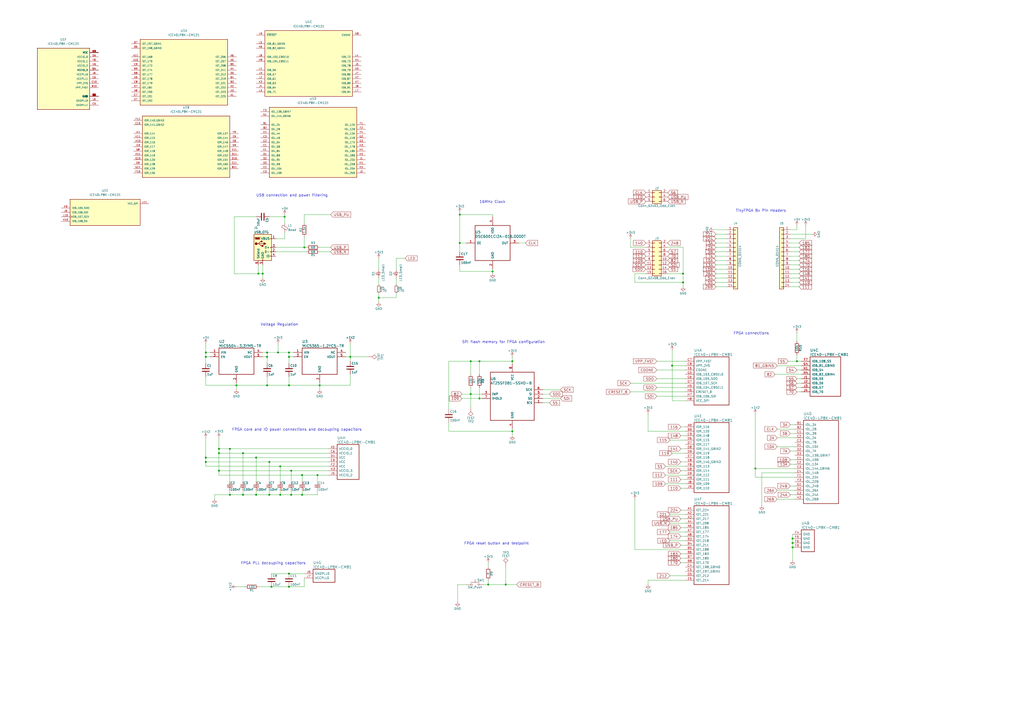
<source format=kicad_sch>
(kicad_sch (version 20231120) (generator "eeschema") (generator_version "8.0")
  (paper "A2")
  (junction (at 119.38 265.43))
  (junction (at 119.38 267.97))
  (junction (at 165.1 125.73))
  (junction (at 167.64 207.01))
  (junction (at 462.28 209.55))
  (junction (at 297.18 250.19))
  (junction (at 156.21 287.02))
  (junction (at 154.94 204.47))
  (junction (at 297.18 209.55))
  (junction (at 176.53 143.51))
  (junction (at 175.26 275.59))
  (junction (at 266.7 140.97))
  (junction (at 167.64 223.52))
  (junction (at 175.26 287.02))
  (junction (at 293.37 339.09))
  (junction (at 273.05 209.55))
  (junction (at 167.64 204.47))
  (junction (at 167.64 340.36))
  (junction (at 127 260.35))
  (junction (at 162.56 270.51))
  (junction (at 389.89 212.09))
  (junction (at 154.94 207.01))
  (junction (at 438.15 271.78))
  (junction (at 127 262.89))
  (junction (at 148.59 265.43))
  (junction (at 266.7 124.46))
  (junction (at 396.24 163.83))
  (junction (at 278.13 231.14))
  (junction (at 162.56 287.02))
  (junction (at 278.13 209.55))
  (junction (at 133.35 287.02))
  (junction (at 149.86 158.75))
  (junction (at 459.74 317.5))
  (junction (at 119.38 207.01))
  (junction (at 154.94 223.52))
  (junction (at 133.35 260.35))
  (junction (at 459.74 314.96))
  (junction (at 140.97 287.02))
  (junction (at 167.64 332.74))
  (junction (at 156.21 267.97))
  (junction (at 152.4 158.75))
  (junction (at 137.16 223.52))
  (junction (at 119.38 204.47))
  (junction (at 168.91 273.05))
  (junction (at 140.97 262.89))
  (junction (at 459.74 312.42))
  (junction (at 148.59 287.02))
  (junction (at 283.21 339.09))
  (junction (at 203.2 207.01))
  (junction (at 219.71 172.72))
  (junction (at 285.75 157.48))
  (junction (at 157.48 340.36))
  (junction (at 168.91 287.02))
  (junction (at 273.05 228.6))
  (junction (at 185.42 223.52))
  (junction (at 127 273.05))
  (junction (at 396.24 158.75))
  (junction (at 161.29 204.47))
  (junction (at 184.15 275.59))
  (wire (pts (xy 397.51 295.91) (xy 394.97 295.91)))
  (wire (pts (xy 467.36 138.43) (xy 467.36 130.81)))
  (wire (pts (xy 133.35 287.02) (xy 133.35 284.48)))
  (wire (pts (xy 167.64 223.52) (xy 185.42 223.52)))
  (wire (pts (xy 137.16 226.06) (xy 137.16 223.52)))
  (wire (pts (xy 149.86 158.75) (xy 152.4 158.75)))
  (wire (pts (xy 285.75 124.46) (xy 285.75 125.73)))
  (wire (pts (xy 165.1 125.73) (xy 165.1 124.46)))
  (wire (pts (xy 124.46 287.02) (xy 133.35 287.02)))
  (wire (pts (xy 397.51 336.55) (xy 375.92 336.55)))
  (wire (pts (xy 267.97 228.6) (xy 273.05 228.6)))
  (wire (pts (xy 260.35 245.11) (xy 260.35 250.19)))
  (wire (pts (xy 415.29 156.21) (xy 421.64 156.21)))
  (wire (pts (xy 297.18 250.19) (xy 297.18 248.92)))
  (wire (pts (xy 415.29 161.29) (xy 421.64 161.29)))
  (wire (pts (xy 462.28 133.35) (xy 462.28 130.81)))
  (wire (pts (xy 462.28 205.74) (xy 462.28 209.55)))
  (wire (pts (xy 462.28 227.33) (xy 464.82 227.33)))
  (wire (pts (xy 368.3 158.75) (xy 368.3 163.83)))
  (wire (pts (xy 148.59 125.73) (xy 135.89 125.73)))
  (wire (pts (xy 394.97 326.39) (xy 397.51 326.39)))
  (wire (pts (xy 119.38 204.47) (xy 119.38 207.01)))
  (wire (pts (xy 297.18 209.55) (xy 297.18 207.01)))
  (wire (pts (xy 265.43 339.09) (xy 270.51 339.09)))
  (wire (pts (xy 394.97 316.23) (xy 397.51 316.23)))
  (wire (pts (xy 388.62 303.53) (xy 397.51 303.53)))
  (wire (pts (xy 397.51 252.73) (xy 394.97 252.73)))
  (wire (pts (xy 389.89 232.41) (xy 397.51 232.41)))
  (wire (pts (xy 266.7 124.46) (xy 266.7 140.97)))
  (wire (pts (xy 368.3 163.83) (xy 396.24 163.83)))
  (wire (pts (xy 203.2 223.52) (xy 203.2 217.17)))
  (wire (pts (xy 119.38 207.01) (xy 121.92 207.01)))
  (wire (pts (xy 396.24 163.83) (xy 396.24 166.37)))
  (wire (pts (xy 397.51 227.33) (xy 365.76 227.33)))
  (wire (pts (xy 127 254) (xy 127 260.35)))
  (wire (pts (xy 458.47 261.62) (xy 461.01 261.62)))
  (wire (pts (xy 184.15 275.59) (xy 190.5 275.59)))
  (wire (pts (xy 203.2 207.01) (xy 203.2 209.55)))
  (wire (pts (xy 278.13 231.14) (xy 267.97 231.14)))
  (wire (pts (xy 458.47 156.21) (xy 463.55 156.21)))
  (wire (pts (xy 156.21 287.02) (xy 162.56 287.02)))
  (wire (pts (xy 154.94 204.47) (xy 154.94 207.01)))
  (wire (pts (xy 438.15 276.86) (xy 438.15 271.78)))
  (wire (pts (xy 450.85 259.08) (xy 461.01 259.08)))
  (wire (pts (xy 168.91 287.02) (xy 175.26 287.02)))
  (wire (pts (xy 160.02 143.51) (xy 176.53 143.51)))
  (wire (pts (xy 388.62 313.69) (xy 397.51 313.69)))
  (wire (pts (xy 394.97 267.97) (xy 397.51 267.97)))
  (wire (pts (xy 381 219.71) (xy 397.51 219.71)))
  (wire (pts (xy 266.7 157.48) (xy 266.7 153.67)))
  (wire (pts (xy 185.42 222.25) (xy 185.42 223.52)))
  (wire (pts (xy 297.18 252.73) (xy 297.18 250.19)))
  (wire (pts (xy 167.64 340.36) (xy 176.53 340.36)))
  (wire (pts (xy 388.62 255.27) (xy 397.51 255.27)))
  (wire (pts (xy 421.64 158.75) (xy 415.29 158.75)))
  (wire (pts (xy 273.05 228.6) (xy 279.4 228.6)))
  (wire (pts (xy 461.01 281.94) (xy 458.47 281.94)))
  (wire (pts (xy 127 275.59) (xy 175.26 275.59)))
  (wire (pts (xy 119.38 265.43) (xy 119.38 267.97)))
  (wire (pts (xy 396.24 143.51) (xy 396.24 158.75)))
  (wire (pts (xy 176.53 137.16) (xy 176.53 143.51)))
  (wire (pts (xy 459.74 317.5) (xy 459.74 325.12)))
  (wire (pts (xy 459.74 312.42) (xy 459.74 314.96)))
  (wire (pts (xy 167.64 332.74) (xy 176.53 332.74)))
  (wire (pts (xy 285.75 156.21) (xy 285.75 157.48)))
  (wire (pts (xy 421.64 163.83) (xy 415.29 163.83)))
  (wire (pts (xy 177.8 146.05) (xy 160.02 146.05)))
  (wire (pts (xy 176.53 129.54) (xy 176.53 124.46)))
  (wire (pts (xy 219.71 165.1) (xy 219.71 161.29)))
  (wire (pts (xy 135.89 158.75) (xy 149.86 158.75)))
  (wire (pts (xy 462.28 209.55) (xy 464.82 209.55)))
  (wire (pts (xy 162.56 270.51) (xy 190.5 270.51)))
  (wire (pts (xy 137.16 223.52) (xy 137.16 222.25)))
  (wire (pts (xy 148.59 265.43) (xy 190.5 265.43)))
  (wire (pts (xy 464.82 212.09) (xy 450.85 212.09)))
  (wire (pts (xy 458.47 166.37) (xy 463.55 166.37)))
  (wire (pts (xy 165.1 138.43) (xy 165.1 134.62)))
  (wire (pts (xy 148.59 287.02) (xy 148.59 284.48)))
  (wire (pts (xy 119.38 265.43) (xy 148.59 265.43)))
  (wire (pts (xy 463.55 140.97) (xy 458.47 140.97)))
  (wire (pts (xy 365.76 143.51) (xy 365.76 138.43)))
  (wire (pts (xy 162.56 287.02) (xy 162.56 284.48)))
  (wire (pts (xy 140.97 287.02) (xy 140.97 284.48)))
  (wire (pts (xy 184.15 279.4) (xy 184.15 275.59)))
  (wire (pts (xy 160.02 138.43) (xy 165.1 138.43)))
  (wire (pts (xy 461.01 287.02) (xy 458.47 287.02)))
  (wire (pts (xy 119.38 199.39) (xy 119.38 204.47)))
  (wire (pts (xy 156.21 125.73) (xy 165.1 125.73)))
  (wire (pts (xy 176.53 124.46) (xy 191.77 124.46)))
  (wire (pts (xy 381 224.79) (xy 397.51 224.79)))
  (wire (pts (xy 463.55 153.67) (xy 458.47 153.67)))
  (wire (pts (xy 386.08 275.59) (xy 397.51 275.59)))
  (wire (pts (xy 283.21 339.09) (xy 293.37 339.09)))
  (wire (pts (xy 415.29 151.13) (xy 421.64 151.13)))
  (wire (pts (xy 140.97 287.02) (xy 148.59 287.02)))
  (wire (pts (xy 388.62 334.01) (xy 397.51 334.01)))
  (wire (pts (xy 137.16 223.52) (xy 154.94 223.52)))
  (wire (pts (xy 389.89 262.89) (xy 397.51 262.89)))
  (wire (pts (xy 119.38 254) (xy 119.38 265.43)))
  (wire (pts (xy 279.4 231.14) (xy 278.13 231.14)))
  (wire (pts (xy 167.64 207.01) (xy 167.64 210.82)))
  (wire (pts (xy 397.51 311.15) (xy 394.97 311.15)))
  (wire (pts (xy 133.35 287.02) (xy 140.97 287.02)))
  (wire (pts (xy 152.4 158.75) (xy 152.4 161.29)))
  (wire (pts (xy 449.58 217.17) (xy 464.82 217.17)))
  (wire (pts (xy 184.15 287.02) (xy 184.15 284.48)))
  (wire (pts (xy 421.64 148.59) (xy 415.29 148.59)))
  (wire (pts (xy 265.43 349.25) (xy 265.43 339.09)))
  (wire (pts (xy 154.94 204.47) (xy 161.29 204.47)))
  (wire (pts (xy 175.26 287.02) (xy 175.26 284.48)))
  (wire (pts (xy 450.85 284.48) (xy 461.01 284.48)))
  (wire (pts (xy 273.05 217.17) (xy 273.05 209.55)))
  (wire (pts (xy 266.7 140.97) (xy 266.7 146.05)))
  (wire (pts (xy 127 273.05) (xy 168.91 273.05)))
  (wire (pts (xy 168.91 279.4) (xy 168.91 273.05)))
  (wire (pts (xy 285.75 157.48) (xy 285.75 158.75)))
  (wire (pts (xy 462.28 224.79) (xy 464.82 224.79)))
  (wire (pts (xy 154.94 223.52) (xy 154.94 218.44)))
  (wire (pts (xy 414.02 133.35) (xy 421.64 133.35)))
  (wire (pts (xy 149.86 153.67) (xy 149.86 158.75)))
  (wire (pts (xy 127 262.89) (xy 127 273.05)))
  (wire (pts (xy 461.01 246.38) (xy 458.47 246.38)))
  (wire (pts (xy 314.96 231.14) (xy 325.12 231.14)))
  (wire (pts (xy 462.28 214.63) (xy 464.82 214.63)))
  (wire (pts (xy 462.28 193.04) (xy 462.28 198.12)))
  (wire (pts (xy 461.01 274.32) (xy 441.96 274.32)))
  (wire (pts (xy 185.42 223.52) (xy 203.2 223.52)))
  (wire (pts (xy 389.89 203.2) (xy 389.89 212.09)))
  (wire (pts (xy 458.47 146.05) (xy 463.55 146.05)))
  (wire (pts (xy 396.24 158.75) (xy 396.24 163.83)))
  (wire (pts (xy 375.92 336.55) (xy 375.92 339.09)))
  (wire (pts (xy 441.96 274.32) (xy 441.96 293.37)))
  (wire (pts (xy 461.01 266.7) (xy 458.47 266.7)))
  (wire (pts (xy 154.94 223.52) (xy 167.64 223.52)))
  (wire (pts (xy 280.67 339.09) (xy 283.21 339.09)))
  (wire (pts (xy 397.51 273.05) (xy 394.97 273.05)))
  (wire (pts (xy 438.15 271.78) (xy 438.15 240.03)))
  (wire (pts (xy 229.87 172.72) (xy 229.87 170.18)))
  (wire (pts (xy 438.15 276.86) (xy 461.01 276.86)))
  (wire (pts (xy 397.51 222.25) (xy 365.76 222.25)))
  (wire (pts (xy 176.53 143.51) (xy 177.8 143.51)))
  (wire (pts (xy 142.24 340.36) (xy 137.16 340.36)))
  (wire (pts (xy 458.47 138.43) (xy 467.36 138.43)))
  (wire (pts (xy 167.64 207.01) (xy 170.18 207.01)))
  (wire (pts (xy 133.35 260.35) (xy 190.5 260.35)))
  (wire (pts (xy 415.29 166.37) (xy 421.64 166.37)))
  (wire (pts (xy 387.35 158.75) (xy 396.24 158.75)))
  (wire (pts (xy 273.05 209.55) (xy 260.35 209.55)))
  (wire (pts (xy 386.08 280.67) (xy 397.51 280.67)))
  (wire (pts (xy 283.21 326.39) (xy 283.21 328.93)))
  (wire (pts (xy 273.05 224.79) (xy 273.05 228.6)))
  (wire (pts (xy 464.82 222.25) (xy 462.28 222.25)))
  (wire (pts (xy 270.51 140.97) (xy 266.7 140.97)))
  (wire (pts (xy 285.75 124.46) (xy 266.7 124.46)))
  (wire (pts (xy 415.29 140.97) (xy 421.64 140.97)))
  (wire (pts (xy 119.38 218.44) (xy 119.38 223.52)))
  (wire (pts (xy 394.97 323.85) (xy 397.51 323.85)))
  (wire (pts (xy 297.18 209.55) (xy 278.13 209.55)))
  (wire (pts (xy 389.89 212.09) (xy 397.51 212.09)))
  (wire (pts (xy 397.51 250.19) (xy 375.92 250.19)))
  (wire (pts (xy 459.74 314.96) (xy 459.74 317.5)))
  (wire (pts (xy 394.97 260.35) (xy 397.51 260.35)))
  (wire (pts (xy 157.48 340.36) (xy 167.64 340.36)))
  (wire (pts (xy 388.62 308.61) (xy 397.51 308.61)))
  (wire (pts (xy 175.26 275.59) (xy 184.15 275.59)))
  (wire (pts (xy 458.47 133.35) (xy 462.28 133.35)))
  (wire (pts (xy 368.3 318.77) (xy 368.3 289.56)))
  (wire (pts (xy 397.51 300.99) (xy 394.97 300.99)))
  (wire (pts (xy 140.97 279.4) (xy 140.97 262.89)))
  (wire (pts (xy 133.35 279.4) (xy 133.35 260.35)))
  (wire (pts (xy 387.35 143.51) (xy 396.24 143.51)))
  (wire (pts (xy 176.53 340.36) (xy 176.53 335.28)))
  (wire (pts (xy 119.38 223.52) (xy 137.16 223.52)))
  (wire (pts (xy 219.71 156.21) (xy 219.71 149.86)))
  (wire (pts (xy 229.87 149.86) (xy 234.95 149.86)))
  (wire (pts (xy 421.64 143.51) (xy 415.29 143.51)))
  (wire (pts (xy 463.55 158.75) (xy 458.47 158.75)))
  (wire (pts (xy 386.08 270.51) (xy 397.51 270.51)))
  (wire (pts (xy 161.29 204.47) (xy 161.29 199.39)))
  (wire (pts (xy 278.13 231.14) (xy 278.13 224.79)))
  (wire (pts (xy 388.62 298.45) (xy 397.51 298.45)))
  (wire (pts (xy 459.74 309.88) (xy 459.74 312.42)))
  (wire (pts (xy 162.56 287.02) (xy 168.91 287.02)))
  (wire (pts (xy 397.51 247.65) (xy 394.97 247.65)))
  (wire (pts (xy 450.85 254) (xy 461.01 254)))
  (wire (pts (xy 397.51 214.63) (xy 381 214.63)))
  (wire (pts (xy 200.66 207.01) (xy 203.2 207.01)))
  (wire (pts (xy 219.71 175.26) (xy 219.71 172.72)))
  (wire (pts (xy 374.65 143.51) (xy 365.76 143.51)))
  (wire (pts (xy 314.96 226.06) (xy 325.12 226.06)))
  (wire (pts (xy 127 262.89) (xy 140.97 262.89)))
  (wire (pts (xy 318.77 233.68) (xy 314.96 233.68)))
  (wire (pts (xy 127 260.35) (xy 133.35 260.35)))
  (wire (pts (xy 394.97 283.21) (xy 397.51 283.21)))
  (wire (pts (xy 450.85 248.92) (xy 461.01 248.92)))
  (wire (pts (xy 415.29 146.05) (xy 421.64 146.05)))
  (wire (pts (xy 283.21 336.55) (xy 283.21 339.09)))
  (wire (pts (xy 415.29 135.89) (xy 421.64 135.89)))
  (wire (pts (xy 156.21 287.02) (xy 156.21 284.48)))
  (wire (pts (xy 191.77 143.51) (xy 185.42 143.51)))
  (wire (pts (xy 394.97 278.13) (xy 397.51 278.13)))
  (wire (pts (xy 293.37 328.93) (xy 293.37 339.09)))
  (wire (pts (xy 462.28 219.71) (xy 464.82 219.71)))
  (wire (pts (xy 461.01 289.56) (xy 450.85 289.56)))
  (wire (pts (xy 167.64 223.52) (xy 167.64 218.44)))
  (wire (pts (xy 229.87 156.21) (xy 229.87 149.86)))
  (wire (pts (xy 394.97 321.31) (xy 397.51 321.31)))
  (wire (pts (xy 168.91 287.02) (xy 168.91 284.48)))
  (wire (pts (xy 318.77 228.6) (xy 314.96 228.6)))
  (wire (pts (xy 119.38 267.97) (xy 156.21 267.97)))
  (wire (pts (xy 135.89 125.73) (xy 135.89 158.75)))
  (wire (pts (xy 458.47 135.89) (xy 471.17 135.89)))
  (wire (pts (xy 168.91 273.05) (xy 190.5 273.05)))
  (wire (pts (xy 152.4 204.47) (xy 154.94 204.47)))
  (wire (pts (xy 458.47 161.29) (xy 463.55 161.29)))
  (wire (pts (xy 278.13 209.55) (xy 273.05 209.55)))
  (wire (pts (xy 463.55 163.83) (xy 458.47 163.83)))
  (wire (pts (xy 175.26 279.4) (xy 175.26 275.59)))
  (wire (pts (xy 124.46 289.56) (xy 124.46 287.02)))
  (wire (pts (xy 278.13 217.17) (xy 278.13 209.55)))
  (wire (pts (xy 266.7 123.19) (xy 266.7 124.46)))
  (wire (pts (xy 161.29 204.47) (xy 167.64 204.47)))
  (wire (pts (xy 458.47 269.24) (xy 461.01 269.24)))
  (wire (pts (xy 397.51 318.77) (xy 368.3 318.77)))
  (wire (pts (xy 127 273.05) (xy 127 275.59)))
  (wire (pts (xy 260.35 209.55) (xy 260.35 237.49)))
  (wire (pts (xy 229.87 165.1) (xy 229.87 161.29)))
  (wire (pts (xy 461.01 251.46) (xy 458.47 251.46)))
  (wire (pts (xy 260.35 250.19) (xy 297.18 250.19)))
  (wire (pts (xy 381 229.87) (xy 397.51 229.87)))
  (wire (pts (xy 154.94 207.01) (xy 154.94 210.82)))
  (wire (pts (xy 375.92 250.19) (xy 375.92 240.03)))
  (wire (pts (xy 167.64 204.47) (xy 167.64 207.01)))
  (wire (pts (xy 149.86 340.36) (xy 157.48 340.36)))
  (wire (pts (xy 119.38 207.01) (xy 119.38 210.82)))
  (wire (pts (xy 157.48 332.74) (xy 167.64 332.74)))
  (wire (pts (xy 285.75 157.48) (xy 266.7 157.48)))
  (wire (pts (xy 119.38 267.97) (xy 119.38 270.51)))
  (wire (pts (xy 148.59 287.02) (xy 156.21 287.02)))
  (wire (pts (xy 389.89 212.09) (xy 389.89 232.41)))
  (wire (pts (xy 397.51 306.07) (xy 394.97 306.07)))
  (wire (pts (xy 374.65 158.75) (xy 368.3 158.75)))
  (wire (pts (xy 458.47 151.13) (xy 463.55 151.13)))
  (wire (pts (xy 167.64 204.47) (xy 170.18 204.47)))
  (wire (pts (xy 297.18 210.82) (xy 297.18 209.55)))
  (wire (pts (xy 463.55 148.59) (xy 458.47 148.59)))
  (wire (pts (xy 140.97 262.89) (xy 190.5 262.89)))
  (wire (pts (xy 152.4 153.67) (xy 152.4 158.75)))
  (wire (pts (xy 203.2 207.01) (xy 213.36 207.01)))
  (wire (pts (xy 156.21 279.4) (xy 156.21 267.97)))
  (wire (pts (xy 219.71 172.72) (xy 219.71 170.18)))
  (wire (pts (xy 273.05 228.6) (xy 273.05 236.22)))
  (wire (pts (xy 119.38 204.47) (xy 121.92 204.47)))
  (wire (pts (xy 185.42 223.52) (xy 185.42 226.06)))
  (wire (pts (xy 162.56 279.4) (xy 162.56 270.51)))
  (wire (pts (xy 152.4 207.01) (xy 154.94 207.01)))
  (wire (pts (xy 219.71 172.72) (xy 229.87 172.72)))
  (wire (pts (xy 300.99 140.97) (xy 304.8 140.97)))
  (wire (pts (xy 457.2 209.55) (xy 462.28 209.55)))
  (wire (pts (xy 165.1 129.54) (xy 165.1 125.73)))
  (wire (pts (xy 185.42 146.05) (xy 191.77 146.05)))
  (wire (pts (xy 438.15 271.78) (xy 461.01 271.78)))
  (wire (pts (xy 148.59 279.4) (xy 148.59 265.43)))
  (wire (pts (xy 397.51 209.55) (xy 381 209.55)))
  (wire (pts (xy 156.21 267.97) (xy 190.5 267.97)))
  (wire (pts (xy 203.2 199.39) (xy 203.2 207.01)))
  (wire (pts (xy 463.55 143.51) (xy 458.47 143.51)))
  (wire (pts (xy 421.64 153.67) (xy 415.29 153.67)))
  (wire (pts (xy 127 260.35) (xy 127 262.89)))
  (wire (pts (xy 175.26 287.02) (xy 184.15 287.02)))
  (wire (pts (xy 421.64 138.43) (xy 415.29 138.43)))
  (wire (pts (xy 293.37 339.09) (xy 299.72 339.09)))
  (wire (pts (xy 119.38 270.51) (xy 162.56 270.51)))
  (text "TinyFPGA Bx Pin Headers" (at 426.72 123.19 0) (effects (font (size 1.524 1.524)) (justify left bottom)))
  (text "Voltage Regulation" (at 151.13 189.23 0) (effects (font (size 1.524 1.524)) (justify left bottom)))
  (text "FPGA connections" (at 425.45 194.31 0) (effects (font (size 1.524 1.524)) (justify left bottom)))
  (text "SPI flash memory for FPGA configuration" (at 267.97 199.39 0) (effects (font (size 1.524 1.524)) (justify left bottom)))
  (text "16MHz Clock" (at 278.13 118.11 0) (effects (font (size 1.524 1.524)) (justify left bottom)))
  (text "USB connection and power filtering" (at 148.59 114.3 0) (effects (font (size 1.524 1.524)) (justify left bottom)))
  (text "FPGA PLL decoupling capacitors" (at 139.7 327.66 0) (effects (font (size 1.524 1.524)) (justify left bottom)))
  (text "FPGA core and IO power connections and decoupling capacitors" (at 134.62 250.19 0) (effects (font (size 1.524 1.524)) (justify left bottom)))
  (text "FPGA reset button and testpoint" (at 269.24 316.23 0) (effects (font (size 1.524 1.524)) (justify left bottom)))
  (global_label "141" (shape input) (at 394.97 260.35 180) (effects (font (size 1.524 1.524))) (property "Intersheetrefs" "${INTERSHEET_REFS}" (effects (hide yes))))
  (global_label "81_GBIN5" (shape input) (at 450.85 212.09 180) (effects (font (size 1.524 1.524))) (property "Intersheetrefs" "${INTERSHEET_REFS}" (effects (hide yes))))
  (global_label "SS" (shape input) (at 318.77 233.68 0) (effects (font (size 1.524 1.524))) (property "Intersheetrefs" "${INTERSHEET_REFS}" (effects (hide yes))))
  (global_label "55" (shape input) (at 415.29 163.83 180) (effects (font (size 1.524 1.524))) (property "Intersheetrefs" "${INTERSHEET_REFS}" (effects (hide yes))))
  (global_label "7A" (shape input) (at 415.29 148.59 180) (effects (font (size 1.524 1.524))) (property "Intersheetrefs" "${INTERSHEET_REFS}" (effects (hide yes))))
  (global_label "185" (shape input) (at 463.55 140.97 0) (effects (font (size 1.524 1.524))) (property "Intersheetrefs" "${INTERSHEET_REFS}" (effects (hide yes))))
  (global_label "LED" (shape input) (at 388.62 313.69 180) (effects (font (size 1.524 1.524))) (property "Intersheetrefs" "${INTERSHEET_REFS}" (effects (hide yes))))
  (global_label "3A" (shape input) (at 415.29 140.97 180) (effects (font (size 1.524 1.524))) (property "Intersheetrefs" "${INTERSHEET_REFS}" (effects (hide yes))))
  (global_label "54" (shape input) (at 462.28 214.63 180) (effects (font (size 1.524 1.524))) (property "Intersheetrefs" "${INTERSHEET_REFS}" (effects (hide yes))))
  (global_label "26B" (shape input) (at 415.29 166.37 180) (effects (font (size 1.524 1.524))) (property "Intersheetrefs" "${INTERSHEET_REFS}" (effects (hide yes))))
  (global_label "CLK" (shape input) (at 304.8 140.97 0) (effects (font (size 1.524 1.524))) (property "Intersheetrefs" "${INTERSHEET_REFS}" (effects (hide yes))))
  (global_label "SDO" (shape input) (at 374.65 156.21 180) (effects (font (size 1.524 1.524))) (property "Intersheetrefs" "${INTERSHEET_REFS}" (effects (hide yes))))
  (global_label "109" (shape input) (at 386.08 280.67 180) (effects (font (size 1.524 1.524))) (property "Intersheetrefs" "${INTERSHEET_REFS}" (effects (hide yes))))
  (global_label "82" (shape input) (at 267.97 228.6 180) (effects (font (size 1.524 1.524))) (property "Intersheetrefs" "${INTERSHEET_REFS}" (effects (hide yes))))
  (global_label "82" (shape input) (at 449.58 217.17 180) (effects (font (size 1.524 1.524))) (property "Intersheetrefs" "${INTERSHEET_REFS}" (effects (hide yes))))
  (global_label "26B" (shape input) (at 450.85 289.56 180) (effects (font (size 1.524 1.524))) (property "Intersheetrefs" "${INTERSHEET_REFS}" (effects (hide yes))))
  (global_label "174" (shape input) (at 463.55 151.13 0) (effects (font (size 1.524 1.524))) (property "Intersheetrefs" "${INTERSHEET_REFS}" (effects (hide yes))))
  (global_label "10B" (shape input) (at 415.29 156.21 180) (effects (font (size 1.524 1.524))) (property "Intersheetrefs" "${INTERSHEET_REFS}" (effects (hide yes))))
  (global_label "CLK" (shape input) (at 374.65 111.76 180) (effects (font (size 1.524 1.524))) (property "Intersheetrefs" "${INTERSHEET_REFS}" (effects (hide yes))))
  (global_label "112" (shape input) (at 386.08 275.59 180) (effects (font (size 1.524 1.524))) (property "Intersheetrefs" "${INTERSHEET_REFS}" (effects (hide yes))))
  (global_label "180" (shape input) (at 394.97 323.85 180) (effects (font (size 1.524 1.524))) (property "Intersheetrefs" "${INTERSHEET_REFS}" (effects (hide yes))))
  (global_label "115" (shape input) (at 388.62 255.27 180) (effects (font (size 1.524 1.524))) (property "Intersheetrefs" "${INTERSHEET_REFS}" (effects (hide yes))))
  (global_label "221" (shape input) (at 415.29 135.89 180) (effects (font (size 1.524 1.524))) (property "Intersheetrefs" "${INTERSHEET_REFS}" (effects (hide yes))))
  (global_label "119" (shape input) (at 463.55 163.83 0) (effects (font (size 1.524 1.524))) (property "Intersheetrefs" "${INTERSHEET_REFS}" (effects (hide yes))))
  (global_label "54" (shape input) (at 415.29 161.29 180) (effects (font (size 1.524 1.524))) (property "Intersheetrefs" "${INTERSHEET_REFS}" (effects (hide yes))))
  (global_label "USB_P" (shape input) (at 191.77 143.51 0) (effects (font (size 1.524 1.524))) (property "Intersheetrefs" "${INTERSHEET_REFS}" (effects (hide yes))))
  (global_label "170" (shape input) (at 394.97 326.39 180) (effects (font (size 1.524 1.524))) (property "Intersheetrefs" "${INTERSHEET_REFS}" (effects (hide yes))))
  (global_label "148" (shape input) (at 463.55 158.75 0) (effects (font (size 1.524 1.524))) (property "Intersheetrefs" "${INTERSHEET_REFS}" (effects (hide yes))))
  (global_label "57" (shape input) (at 462.28 224.79 180) (effects (font (size 1.524 1.524))) (property "Intersheetrefs" "${INTERSHEET_REFS}" (effects (hide yes))))
  (global_label "SCK" (shape input) (at 374.65 153.67 180) (effects (font (size 1.524 1.524))) (property "Intersheetrefs" "${INTERSHEET_REFS}" (effects (hide yes))))
  (global_label "148" (shape input) (at 394.97 252.73 180) (effects (font (size 1.524 1.524))) (property "Intersheetrefs" "${INTERSHEET_REFS}" (effects (hide yes))))
  (global_label "116" (shape input) (at 463.55 156.21 0) (effects (font (size 1.524 1.524))) (property "Intersheetrefs" "${INTERSHEET_REFS}" (effects (hide yes))))
  (global_label "SCK" (shape input) (at 325.12 226.06 0) (effects (font (size 1.524 1.524))) (property "Intersheetrefs" "${INTERSHEET_REFS}" (effects (hide yes))))
  (global_label "10A" (shape input) (at 450.85 259.08 180) (effects (font (size 1.524 1.524))) (property "Intersheetrefs" "${INTERSHEET_REFS}" (effects (hide yes))))
  (global_label "26A" (shape input) (at 450.85 284.48 180) (effects (font (size 1.524 1.524))) (property "Intersheetrefs" "${INTERSHEET_REFS}" (effects (hide yes))))
  (global_label "170" (shape input) (at 463.55 153.67 0) (effects (font (size 1.524 1.524))) (property "Intersheetrefs" "${INTERSHEET_REFS}" (effects (hide yes))))
  (global_label "224" (shape input) (at 394.97 295.91 180) (effects (font (size 1.524 1.524))) (property "Intersheetrefs" "${INTERSHEET_REFS}" (effects (hide yes))))
  (global_label "140" (shape input) (at 394.97 267.97 180) (effects (font (size 1.524 1.524))) (property "Intersheetrefs" "${INTERSHEET_REFS}" (effects (hide yes))))
  (global_label "24B" (shape input) (at 458.47 281.94 180) (effects (font (size 1.524 1.524))) (property "Intersheetrefs" "${INTERSHEET_REFS}" (effects (hide yes))))
  (global_label "183" (shape input) (at 463.55 143.51 0) (effects (font (size 1.524 1.524))) (property "Intersheetrefs" "${INTERSHEET_REFS}" (effects (hide yes))))
  (global_label "56" (shape input) (at 462.28 222.25 180) (effects (font (size 1.524 1.524))) (property "Intersheetrefs" "${INTERSHEET_REFS}" (effects (hide yes))))
  (global_label "SDI" (shape input) (at 381 229.87 180) (effects (font (size 1.524 1.524))) (property "Intersheetrefs" "${INTERSHEET_REFS}" (effects (hide yes))))
  (global_label "70" (shape input) (at 462.28 227.33 180) (effects (font (size 1.524 1.524))) (property "Intersheetrefs" "${INTERSHEET_REFS}" (effects (hide yes))))
  (global_label "SS" (shape input) (at 386.08 270.51 180) (effects (font (size 1.524 1.524))) (property "Intersheetrefs" "${INTERSHEET_REFS}" (effects (hide yes))))
  (global_label "82" (shape input) (at 387.35 151.13 0) (effects (font (size 1.524 1.524))) (property "Intersheetrefs" "${INTERSHEET_REFS}" (effects (hide yes))))
  (global_label "24B" (shape input) (at 387.35 140.97 0) (effects (font (size 1.524 1.524))) (property "Intersheetrefs" "${INTERSHEET_REFS}" (effects (hide yes))))
  (global_label "109" (shape input) (at 267.97 231.14 180) (effects (font (size 1.524 1.524))) (property "Intersheetrefs" "${INTERSHEET_REFS}" (effects (hide yes))))
  (global_label "USB_PU" (shape input) (at 191.77 124.46 0) (effects (font (size 1.524 1.524))) (property "Intersheetrefs" "${INTERSHEET_REFS}" (effects (hide yes))))
  (global_label "SDO" (shape input) (at 381 219.71 180) (effects (font (size 1.524 1.524))) (property "Intersheetrefs" "${INTERSHEET_REFS}" (effects (hide yes))))
  (global_label "SCK" (shape input) (at 365.76 222.25 180) (effects (font (size 1.524 1.524))) (property "Intersheetrefs" "${INTERSHEET_REFS}" (effects (hide yes))))
  (global_label "141" (shape input) (at 463.55 161.29 0) (effects (font (size 1.524 1.524))) (property "Intersheetrefs" "${INTERSHEET_REFS}" (effects (hide yes))))
  (global_label "SDI" (shape input) (at 387.35 153.67 0) (effects (font (size 1.524 1.524))) (property "Intersheetrefs" "${INTERSHEET_REFS}" (effects (hide yes))))
  (global_label "13A" (shape input) (at 458.47 269.24 180) (effects (font (size 1.524 1.524))) (property "Intersheetrefs" "${INTERSHEET_REFS}" (effects (hide yes))))
  (global_label "180" (shape input) (at 463.55 148.59 0) (effects (font (size 1.524 1.524))) (property "Intersheetrefs" "${INTERSHEET_REFS}" (effects (hide yes))))
  (global_label "140" (shape input) (at 374.65 140.97 180) (effects (font (size 1.524 1.524))) (property "Intersheetrefs" "${INTERSHEET_REFS}" (effects (hide yes))))
  (global_label "13A" (shape input) (at 415.29 153.67 180) (effects (font (size 1.524 1.524))) (property "Intersheetrefs" "${INTERSHEET_REFS}" (effects (hide yes))))
  (global_label "110" (shape input) (at 374.65 146.05 180) (effects (font (size 1.524 1.524))) (property "Intersheetrefs" "${INTERSHEET_REFS}" (effects (hide yes))))
  (global_label "55" (shape input) (at 462.28 219.71 180) (effects (font (size 1.524 1.524))) (property "Intersheetrefs" "${INTERSHEET_REFS}" (effects (hide yes))))
  (global_label "CLK" (shape input) (at 450.85 248.92 180) (effects (font (size 1.524 1.524))) (property "Intersheetrefs" "${INTERSHEET_REFS}" (effects (hide yes))))
  (global_label "SDI" (shape input) (at 325.12 231.14 0) (effects (font (size 1.524 1.524))) (property "Intersheetrefs" "${INTERSHEET_REFS}" (effects (hide yes))))
  (global_label "CRESET_B" (shape input) (at 365.76 227.33 180) (effects (font (size 1.524 1.524))) (property "Intersheetrefs" "${INTERSHEET_REFS}" (effects (hide yes))))
  (global_label "USB_N" (shape input) (at 191.77 146.05 0) (effects (font (size 1.524 1.524))) (property "Intersheetrefs" "${INTERSHEET_REFS}" (effects (hide yes))))
  (global_label "177" (shape input) (at 463.55 146.05 0) (effects (font (size 1.524 1.524))) (property "Intersheetrefs" "${INTERSHEET_REFS}" (effects (hide yes))))
  (global_label "USB_N" (shape input) (at 387.35 116.84 0) (effects (font (size 1.524 1.524))) (property "Intersheetrefs" "${INTERSHEET_REFS}" (effects (hide yes))))
  (global_label "224" (shape input) (at 415.29 138.43 180) (effects (font (size 1.524 1.524))) (property "Intersheetrefs" "${INTERSHEET_REFS}" (effects (hide yes))))
  (global_label "SDO" (shape input) (at 381 224.79 180) (effects (font (size 1.524 1.524))) (property "Intersheetrefs" "${INTERSHEET_REFS}" (effects (hide yes))))
  (global_label "185" (shape input) (at 394.97 306.07 180) (effects (font (size 1.524 1.524))) (property "Intersheetrefs" "${INTERSHEET_REFS}" (effects (hide yes))))
  (global_label "3B" (shape input) (at 458.47 251.46 180) (effects (font (size 1.524 1.524))) (property "Intersheetrefs" "${INTERSHEET_REFS}" (effects (hide yes))))
  (global_label "119" (shape input) (at 389.89 262.89 180) (effects (font (size 1.524 1.524))) (property "Intersheetrefs" "${INTERSHEET_REFS}" (effects (hide yes))))
  (global_label "24A" (shape input) (at 458.47 287.02 180) (effects (font (size 1.524 1.524))) (property "Intersheetrefs" "${INTERSHEET_REFS}" (effects (hide yes))))
  (global_label "SS" (shape input) (at 387.35 156.21 0) (effects (font (size 1.524 1.524))) (property "Intersheetrefs" "${INTERSHEET_REFS}" (effects (hide yes))))
  (global_label "LED" (shape input) (at 234.95 149.86 0) (effects (font (size 1.524 1.524))) (property "Intersheetrefs" "${INTERSHEET_REFS}" (effects (hide yes))))
  (global_label "10B" (shape input) (at 458.47 266.7 180) (effects (font (size 1.524 1.524))) (property "Intersheetrefs" "${INTERSHEET_REFS}" (effects (hide yes))))
  (global_label "116" (shape input) (at 394.97 247.65 180) (effects (font (size 1.524 1.524))) (property "Intersheetrefs" "${INTERSHEET_REFS}" (effects (hide yes))))
  (global_label "10A" (shape input) (at 415.29 151.13 180) (effects (font (size 1.524 1.524))) (property "Intersheetrefs" "${INTERSHEET_REFS}" (effects (hide yes))))
  (global_label "26A" (shape input) (at 415.29 158.75 180) (effects (font (size 1.524 1.524))) (property "Intersheetrefs" "${INTERSHEET_REFS}" (effects (hide yes))))
  (global_label "2A" (shape input) (at 415.29 143.51 180) (effects (font (size 1.524 1.524))) (property "Intersheetrefs" "${INTERSHEET_REFS}" (effects (hide yes))))
  (global_label "USB_N" (shape input) (at 388.62 303.53 180) (effects (font (size 1.524 1.524))) (property "Intersheetrefs" "${INTERSHEET_REFS}" (effects (hide yes))))
  (global_label "174" (shape input) (at 394.97 311.15 180) (effects (font (size 1.524 1.524))) (property "Intersheetrefs" "${INTERSHEET_REFS}" (effects (hide yes))))
  (global_label "212" (shape input) (at 388.62 334.01 180) (effects (font (size 1.524 1.524))) (property "Intersheetrefs" "${INTERSHEET_REFS}" (effects (hide yes))))
  (global_label "70" (shape input) (at 387.35 148.59 0) (effects (font (size 1.524 1.524))) (property "Intersheetrefs" "${INTERSHEET_REFS}" (effects (hide yes))))
  (global_label "111" (shape input) (at 463.55 166.37 0) (effects (font (size 1.524 1.524))) (property "Intersheetrefs" "${INTERSHEET_REFS}" (effects (hide yes))))
  (global_label "177" (shape input) (at 388.62 308.61 180) (effects (font (size 1.524 1.524))) (property "Intersheetrefs" "${INTERSHEET_REFS}" (effects (hide yes))))
  (global_label "LED" (shape input) (at 374.65 114.3 180) (effects (font (size 1.524 1.524))) (property "Intersheetrefs" "${INTERSHEET_REFS}" (effects (hide yes))))
  (global_label "SDO" (shape input) (at 318.77 228.6 0) (effects (font (size 1.524 1.524))) (property "Intersheetrefs" "${INTERSHEET_REFS}" (effects (hide yes))))
  (global_label "112" (shape input) (at 374.65 148.59 180) (effects (font (size 1.524 1.524))) (property "Intersheetrefs" "${INTERSHEET_REFS}" (effects (hide yes))))
  (global_label "VPP_FAST" (shape input) (at 381 209.55 180) (effects (font (size 1.524 1.524))) (property "Intersheetrefs" "${INTERSHEET_REFS}" (effects (hide yes))))
  (global_label "USB_P" (shape input) (at 394.97 316.23 180) (effects (font (size 1.524 1.524))) (property "Intersheetrefs" "${INTERSHEET_REFS}" (effects (hide yes))))
  (global_label "USB_P" (shape input) (at 374.65 116.84 180) (effects (font (size 1.524 1.524))) (property "Intersheetrefs" "${INTERSHEET_REFS}" (effects (hide yes))))
  (global_label "USB_PU" (shape input) (at 387.35 114.3 0) (effects (font (size 1.524 1.524))) (property "Intersheetrefs" "${INTERSHEET_REFS}" (effects (hide yes))))
  (global_label "SCK" (shape input) (at 394.97 273.05 180) (effects (font (size 1.524 1.524))) (property "Intersheetrefs" "${INTERSHEET_REFS}" (effects (hide yes))))
  (global_label "109" (shape input) (at 374.65 151.13 180) (effects (font (size 1.524 1.524))) (property "Intersheetrefs" "${INTERSHEET_REFS}" (effects (hide yes))))
  (global_label "221" (shape input) (at 388.62 298.45 180) (effects (font (size 1.524 1.524))) (property "Intersheetrefs" "${INTERSHEET_REFS}" (effects (hide yes))))
  (global_label "56" (shape input) (at 387.35 111.76 0) (effects (font (size 1.524 1.524))) (property "Intersheetrefs" "${INTERSHEET_REFS}" (effects (hide yes))))
  (global_label "SS" (shape input) (at 457.2 209.55 180) (effects (font (size 1.524 1.524))) (property "Intersheetrefs" "${INTERSHEET_REFS}" (effects (hide yes))))
  (global_label "2A" (shape input) (at 450.85 254 180) (effects (font (size 1.524 1.524))) (property "Intersheetrefs" "${INTERSHEET_REFS}" (effects (hide yes))))
  (global_label "USB_PU" (shape input) (at 394.97 300.99 180) (effects (font (size 1.524 1.524))) (property "Intersheetrefs" "${INTERSHEET_REFS}" (effects (hide yes))))
  (global_label "183" (shape input) (at 394.97 321.31 180) (effects (font (size 1.524 1.524))) (property "Intersheetrefs" "${INTERSHEET_REFS}" (effects (hide yes))))
  (global_label "57" (shape input) (at 387.35 146.05 0) (effects (font (size 1.524 1.524))) (property "Intersheetrefs" "${INTERSHEET_REFS}" (effects (hide yes))))
  (global_label "CRESET_B" (shape input) (at 299.72 339.09 0) (effects (font (size 1.524 1.524))) (property "Intersheetrefs" "${INTERSHEET_REFS}" (effects (hide yes))))
  (global_label "111" (shape input) (at 394.97 278.13 180) (effects (font (size 1.524 1.524))) (property "Intersheetrefs" "${INTERSHEET_REFS}" (effects (hide yes))))
  (global_label "3B" (shape input) (at 415.29 146.05 180) (effects (font (size 1.524 1.524))) (property "Intersheetrefs" "${INTERSHEET_REFS}" (effects (hide yes))))
  (global_label "CDONE" (shape input) (at 381 214.63 180) (effects (font (size 1.524 1.524))) (property "Intersheetrefs" "${INTERSHEET_REFS}" (effects (hide yes))))
  (global_label "3A" (shape input) (at 458.47 246.38 180) (effects (font (size 1.524 1.524))) (property "Intersheetrefs" "${INTERSHEET_REFS}" (effects (hide yes))))
  (global_label "7A" (shape input) (at 458.47 261.62 180) (effects (font (size 1.524 1.524))) (property "Intersheetrefs" "${INTERSHEET_REFS}" (effects (hide yes))))
  (global_label "110" (shape input) (at 394.97 283.21 180) (effects (font (size 1.524 1.524))) (property "Intersheetrefs" "${INTERSHEET_REFS}" (effects (hide yes))))
  (symbol (lib_id "TinyFPGA-BX-rescue:+1V2") (at 119.38 254 0) (unit 1)
    (property "Reference" "#PWR02" (effects (hide yes)))
    (property "Value" "+1V2" (at 119.38 250.444 0))
  )
  (symbol (lib_id "TinyFPGA-BX-rescue:C_Small") (at 162.56 281.94 0) (unit 1)
    (property "Reference" "C9" (at 162.814 280.162 0) (effects (justify left)))
    (property "Value" "10nF" (at 162.814 283.972 0) (effects (justify left)))
    (property "Footprint" "Capacitors_SMD:C_0402_NoSilk" (effects (hide yes)))
  )
  (symbol (lib_id "TinyFPGA-BX-rescue:+3.3V") (at 467.36 130.81 0) (unit 1)
    (property "Reference" "#PWR032" (effects (hide yes)))
    (property "Value" "+3V3" (at 467.36 127.254 0))
  )
  (symbol (lib_id "TinyFPGA-BX-rescue:R") (at 278.13 220.98 0) (unit 1)
    (property "Reference" "R8" (at 280.162 220.98 90))
    (property "Value" "10k" (at 278.13 220.98 90))
    (property "Footprint" "Resistors_SMD:R_0402_NoSilk" (effects (hide yes)))
  )
  (symbol (lib_id "TinyFPGA-BX-rescue:C_Small") (at 156.21 281.94 0) (unit 1)
    (property "Reference" "C7" (at 156.464 280.162 0) (effects (justify left)))
    (property "Value" "10nF" (at 156.464 283.972 0) (effects (justify left)))
    (property "Footprint" "Capacitors_SMD:C_0402_NoSilk" (effects (hide yes)))
  )
  (symbol (lib_id "TinyFPGA-BX-rescue:iCE40-LP8K-CM81") (at 464.82 209.55 0) (unit 3)
    (property "Reference" "U4" (at 469.9 203.2 0) (effects (font (size 1.524 1.524)) (justify left)))
    (property "Value" "iCE40-LP8K-CM81" (at 469.9 205.74 0) (effects (font (size 1.524 1.524)) (justify left)))
    (property "Footprint" "tinyfpga:CM81" (effects (hide yes)))
  )
  (symbol (lib_id "ice40LP8K:ICE40LP8K-CM121") (at 60.96 123.19 0) (unit 5)
    (property "Reference" "U1" (at 60.96 110.49 0))
    (property "Value" "ICE40LP8K-CM121" (at 60.96 113.03 0))
    (property "Footprint" "ICE40LP8K-CM121:BGA121N40P11X11_500X500X100N" (effects (hide yes)))
    (property "Description" "\niCE40™ LP Field Programmable Gate Array (FPGA) IC 93 131072 7680 121-VFBGA\n" (effects (hide yes)))
    (property "MF" "Lattice Semiconductor" (effects (hide yes)))
    (property "MAXIMUM_PACKAGE_HEIGHT" "1mm" (effects (hide yes)))
    (property "Package" "VFBGA-121 Lattice Semiconductor" (effects (hide yes)))
    (property "Price" "None" (effects (hide yes)))
    (property "Check_prices" "https://www.snapeda.com/parts/ICE40LP8K-CM121/Lattice+Semiconductor+Corporation/view-part/?ref=eda" (effects (hide yes)))
    (property "STANDARD" "IPC 7351B" (effects (hide yes)))
    (property "PARTREV" "3.4" (effects (hide yes)))
    (property "SnapEDA_Link" "https://www.snapeda.com/parts/ICE40LP8K-CM121/Lattice+Semiconductor+Corporation/view-part/?ref=snap" (effects (hide yes)))
    (property "MP" "ICE40LP8K-CM121" (effects (hide yes)))
    (property "Availability" "In Stock" (effects (hide yes)))
    (property "MANUFACTURER" "Lattice Semiconductor" (effects (hide yes)))
  )
  (symbol (lib_id "TinyFPGA-BX-rescue:Conn_01x14") (at 453.39 148.59 0) (mirror y) (unit 1)
    (property "Reference" "J5" (at 453.39 129.54 0))
    (property "Value" "CONN_01X14" (at 450.85 148.59 90))
    (property "Footprint" "Pin_Headers:Pin_Header_Straight_1x14_Pitch2.54mm" (effects (hide yes)))
  )
  (symbol (lib_id "TinyFPGA-BX-rescue:+5V") (at 119.38 199.39 0) (unit 1)
    (property "Reference" "#PWR01" (effects (hide yes)))
    (property "Value" "+5V" (at 119.38 195.834 0))
  )
  (symbol (lib_id "TinyFPGA-BX-rescue:+3.3V") (at 283.21 326.39 0) (unit 1)
    (property "Reference" "#PWR016" (effects (hide yes)))
    (property "Value" "+3V3" (at 283.21 322.834 0))
  )
  (symbol (lib_id "TinyFPGA-BX-rescue:TEST") (at 213.36 207.01 270) (unit 1)
    (property "Reference" "TP1" (at 220.98 207.01 0) (effects (justify bottom)))
    (property "Value" "TEST" (at 219.71 207.01 0))
    (property "Footprint" "Measurement_Points:Measurement_Point_Round-SMD-Pad_Small" (effects (hide yes)))
  )
  (symbol (lib_id "ice40LP8K:ICE40LP8K-CM121") (at 179.07 35.56 0) (unit 3)
    (property "Reference" "U1" (at 179.07 12.7 0))
    (property "Value" "ICE40LP8K-CM121" (at 179.07 15.24 0))
    (property "Footprint" "ICE40LP8K-CM121:BGA121N40P11X11_500X500X100N" (effects (hide yes)))
    (property "Description" "\niCE40™ LP Field Programmable Gate Array (FPGA) IC 93 131072 7680 121-VFBGA\n" (effects (hide yes)))
    (property "MF" "Lattice Semiconductor" (effects (hide yes)))
    (property "MAXIMUM_PACKAGE_HEIGHT" "1mm" (effects (hide yes)))
    (property "Package" "VFBGA-121 Lattice Semiconductor" (effects (hide yes)))
    (property "Price" "None" (effects (hide yes)))
    (property "Check_prices" "https://www.snapeda.com/parts/ICE40LP8K-CM121/Lattice+Semiconductor+Corporation/view-part/?ref=eda" (effects (hide yes)))
    (property "STANDARD" "IPC 7351B" (effects (hide yes)))
    (property "PARTREV" "3.4" (effects (hide yes)))
    (property "SnapEDA_Link" "https://www.snapeda.com/parts/ICE40LP8K-CM121/Lattice+Semiconductor+Corporation/view-part/?ref=snap" (effects (hide yes)))
    (property "MP" "ICE40LP8K-CM121" (effects (hide yes)))
    (property "Availability" "In Stock" (effects (hide yes)))
    (property "MANUFACTURER" "Lattice Semiconductor" (effects (hide yes)))
  )
  (symbol (lib_id "TinyFPGA-BX-rescue:R") (at 181.61 146.05 270) (unit 1)
    (property "Reference" "R4" (at 181.61 148.082 90))
    (property "Value" "68" (at 181.61 146.05 90))
    (property "Footprint" "Resistors_SMD:R_0402_NoSilk" (effects (hide yes)))
  )
  (symbol (lib_id "TinyFPGA-BX-rescue:LED_Small") (at 219.71 158.75 90) (unit 1)
    (property "Reference" "D1" (at 216.535 160.02 0) (effects (justify left)))
    (property "Value" "LED_Small" (at 222.25 163.195 0) (effects (justify left)))
    (property "Footprint" "LEDs:LED_0603" (effects (hide yes)))
  )
  (symbol (lib_id "TinyFPGA-BX-rescue:+5V") (at 165.1 124.46 0) (unit 1)
    (property "Reference" "#PWR09" (effects (hide yes)))
    (property "Value" "+5V" (at 165.1 120.904 0))
  )
  (symbol (lib_id "TinyFPGA-BX-rescue:C") (at 157.48 336.55 0) (unit 1)
    (property "Reference" "C8" (at 158.115 334.01 0) (effects (justify left)))
    (property "Value" "10uF" (at 158.115 339.09 0) (effects (justify left)))
    (property "Footprint" "Capacitors_SMD:C_0603" (effects (hide yes)))
  )
  (symbol (lib_id "TinyFPGA-BX-rescue:Conn_02x08_Odd_Even") (at 379.73 148.59 0) (unit 1)
    (property "Reference" "J3" (at 381 138.43 0))
    (property "Value" "Conn_02x08_Odd_Even" (at 381 161.29 0))
    (property "Footprint" "Pin_Headers:Pin_Header_Straight_2x08_Pitch2.54mm_SMD" (effects (hide yes)))
  )
  (symbol (lib_id "TinyFPGA-BX-rescue:GND") (at 152.4 161.29 0) (unit 1)
    (property "Reference" "#PWR07" (effects (hide yes)))
    (property "Value" "GND" (at 152.4 165.1 0))
  )
  (symbol (lib_id "TinyFPGA-BX-rescue:+3V3") (at 368.3 289.56 0) (unit 1)
    (property "Reference" "#PWR021" (effects (hide yes)))
    (property "Value" "+3V3" (at 368.3 286.004 0))
  )
  (symbol (lib_id "TinyFPGA-BX-rescue:+1V2") (at 137.16 340.36 90) (unit 1)
    (property "Reference" "#PWR06" (effects (hide yes)))
    (property "Value" "+1V2" (at 133.604 340.36 0))
  )
  (symbol (lib_id "TinyFPGA-BX-rescue:iCE40-LP8K-CM81") (at 397.51 295.91 0) (unit 6)
    (property "Reference" "U4" (at 402.59 289.56 0) (effects (font (size 1.524 1.524)) (justify left)))
    (property "Value" "iCE40-LP8K-CM81" (at 402.59 292.1 0) (effects (font (size 1.524 1.524)) (justify left)))
    (property "Footprint" "tinyfpga:CM81" (effects (hide yes)))
  )
  (symbol (lib_id "TinyFPGA-BX-rescue:C") (at 119.38 214.63 0) (unit 1)
    (property "Reference" "C1" (at 120.015 212.09 0) (effects (justify left)))
    (property "Value" "1uF" (at 120.015 217.17 0) (effects (justify left)))
    (property "Footprint" "Capacitors_SMD:C_0402_NoSilk" (effects (hide yes)))
  )
  (symbol (lib_id "TinyFPGA-BX-rescue:GND") (at 124.46 289.56 0) (unit 1)
    (property "Reference" "#PWR03" (effects (hide yes)))
    (property "Value" "GND" (at 124.46 293.37 0))
  )
  (symbol (lib_id "TinyFPGA-BX-rescue:R") (at 462.28 201.93 0) (unit 1)
    (property "Reference" "R10" (at 464.312 201.93 90))
    (property "Value" "10k" (at 462.28 201.93 90))
    (property "Footprint" "Resistors_SMD:R_0402_NoSilk" (effects (hide yes)))
  )
  (symbol (lib_id "TinyFPGA-BX-rescue:R_Small") (at 219.71 167.64 0) (unit 1)
    (property "Reference" "R5" (at 220.472 167.132 0) (effects (justify left)))
    (property "Value" "270" (at 220.472 168.656 0) (effects (justify left)))
    (property "Footprint" "Resistors_SMD:R_0402_NoSilk" (effects (hide yes)))
  )
  (symbol (lib_id "TinyFPGA-BX-rescue:C") (at 203.2 213.36 0) (unit 1)
    (property "Reference" "C15" (at 203.835 210.82 0) (effects (justify left)))
    (property "Value" "1uF" (at 203.835 215.9 0) (effects (justify left)))
    (property "Footprint" "Capacitors_SMD:C_0402_NoSilk" (effects (hide yes)))
  )
  (symbol (lib_id "TinyFPGA-BX-rescue:GND") (at 185.42 226.06 0) (unit 1)
    (property "Reference" "#PWR010" (effects (hide yes)))
    (property "Value" "GND" (at 185.42 229.87 0))
  )
  (symbol (lib_id "ice40LP8K:ICE40LP8K-CM121") (at 107.95 85.09 0) (unit 2)
    (property "Reference" "U1" (at 107.95 62.23 0))
    (property "Value" "ICE40LP8K-CM121" (at 107.95 64.77 0))
    (property "Footprint" "ICE40LP8K-CM121:BGA121N40P11X11_500X500X100N" (effects (hide yes)))
    (property "Description" "\niCE40™ LP Field Programmable Gate Array (FPGA) IC 93 131072 7680 121-VFBGA\n" (effects (hide yes)))
    (property "MF" "Lattice Semiconductor" (effects (hide yes)))
    (property "MAXIMUM_PACKAGE_HEIGHT" "1mm" (effects (hide yes)))
    (property "Package" "VFBGA-121 Lattice Semiconductor" (effects (hide yes)))
    (property "Price" "None" (effects (hide yes)))
    (property "Check_prices" "https://www.snapeda.com/parts/ICE40LP8K-CM121/Lattice+Semiconductor+Corporation/view-part/?ref=eda" (effects (hide yes)))
    (property "STANDARD" "IPC 7351B" (effects (hide yes)))
    (property "PARTREV" "3.4" (effects (hide yes)))
    (property "SnapEDA_Link" "https://www.snapeda.com/parts/ICE40LP8K-CM121/Lattice+Semiconductor+Corporation/view-part/?ref=snap" (effects (hide yes)))
    (property "MP" "ICE40LP8K-CM121" (effects (hide yes)))
    (property "Availability" "In Stock" (effects (hide yes)))
    (property "MANUFACTURER" "Lattice Semiconductor" (effects (hide yes)))
  )
  (symbol (lib_id "TinyFPGA-BX-rescue:GND") (at 441.96 293.37 0) (unit 1)
    (property "Reference" "#PWR028" (effects (hide yes)))
    (property "Value" "GND" (at 441.96 297.18 0))
  )
  (symbol (lib_id "TinyFPGA-BX-rescue:C") (at 154.94 214.63 0) (unit 1)
    (property "Reference" "C6" (at 155.575 212.09 0) (effects (justify left)))
    (property "Value" "1uF" (at 155.575 217.17 0) (effects (justify left)))
    (property "Footprint" "Capacitors_SMD:C_0402_NoSilk" (effects (hide yes)))
  )
  (symbol (lib_id "TinyFPGA-BX-rescue:+1V2") (at 438.15 240.03 0) (unit 1)
    (property "Reference" "#PWR027" (effects (hide yes)))
    (property "Value" "+1V2" (at 438.15 236.474 0))
  )
  (symbol (lib_id "TinyFPGA-BX-rescue:GND") (at 285.75 158.75 0) (unit 1)
    (property "Reference" "#PWR017" (effects (hide yes)))
    (property "Value" "GND" (at 285.75 162.56 0))
  )
  (symbol (lib_id "TinyFPGA-BX-rescue:+3V3") (at 266.7 123.19 0) (unit 1)
    (property "Reference" "#PWR015" (effects (hide yes)))
    (property "Value" "+3V3" (at 266.7 119.634 0))
  )
  (symbol (lib_id "TinyFPGA-BX-rescue:C") (at 260.35 241.3 0) (unit 1)
    (property "Reference" "C16" (at 260.985 238.76 0) (effects (justify left)))
    (property "Value" "100nF" (at 260.985 243.84 0) (effects (justify left)))
    (property "Footprint" "Capacitors_SMD:C_0402_NoSilk" (effects (hide yes)))
  )
  (symbol (lib_id "TinyFPGA-BX-rescue:C_Small") (at 133.35 281.94 0) (unit 1)
    (property "Reference" "C2" (at 133.604 280.162 0) (effects (justify left)))
    (property "Value" "100nF" (at 133.604 283.972 0) (effects (justify left)))
    (property "Footprint" "Capacitors_SMD:C_0402_NoSilk" (effects (hide yes)))
  )
  (symbol (lib_id "TinyFPGA-BX-rescue:R") (at 273.05 220.98 0) (unit 1)
    (property "Reference" "R7" (at 275.082 220.98 90))
    (property "Value" "10k" (at 273.05 220.98 90))
    (property "Footprint" "Resistors_SMD:R_0402_NoSilk" (effects (hide yes)))
  )
  (symbol (lib_id "TinyFPGA-BX-rescue:SW_Push") (at 275.59 339.09 0) (unit 1)
    (property "Reference" "SW1" (at 276.86 336.55 0) (effects (justify left)))
    (property "Value" "SW_Push" (at 275.59 340.614 0))
    (property "Footprint" "tinyfpga:PTS_810_SMT_Switch" (effects (hide yes)))
  )
  (symbol (lib_id "TinyFPGA-BX-rescue:GND") (at 459.74 325.12 0) (unit 1)
    (property "Reference" "#PWR029" (effects (hide yes)))
    (property "Value" "GND" (at 459.74 328.93 0))
  )
  (symbol (lib_id "TinyFPGA-BX-rescue:C_Small") (at 140.97 281.94 0) (unit 1)
    (property "Reference" "C3" (at 141.224 280.162 0) (effects (justify left)))
    (property "Value" "100nF" (at 141.224 283.972 0) (effects (justify left)))
    (property "Footprint" "Capacitors_SMD:C_0402_NoSilk" (effects (hide yes)))
  )
  (symbol (lib_id "TinyFPGA-BX-rescue:R_Small") (at 229.87 167.64 0) (unit 1)
    (property "Reference" "R6" (at 230.632 167.132 0) (effects (justify left)))
    (property "Value" "270" (at 230.632 168.656 0) (effects (justify left)))
    (property "Footprint" "Resistors_SMD:R_0402_NoSilk" (effects (hide yes)))
  )
  (symbol (lib_id "TinyFPGA-BX-rescue:+3V3") (at 375.92 240.03 0) (unit 1)
    (property "Reference" "#PWR022" (effects (hide yes)))
    (property "Value" "+3V3" (at 375.92 236.474 0))
  )
  (symbol (lib_id "TinyFPGA-BX-rescue:Conn_01x14") (at 426.72 148.59 0) (unit 1)
    (property "Reference" "J4" (at 426.72 129.54 0))
    (property "Value" "CONN_01X14" (at 429.26 148.59 90))
    (property "Footprint" "Pin_Headers:Pin_Header_Straight_1x14_Pitch2.54mm" (effects (hide yes)))
  )
  (symbol (lib_id "TinyFPGA-BX-rescue:iCE40-LP8K-CM81") (at 461.01 246.38 0) (unit 4)
    (property "Reference" "U4" (at 466.09 240.03 0) (effects (font (size 1.524 1.524)) (justify left)))
    (property "Value" "iCE40-LP8K-CM81" (at 466.09 242.57 0) (effects (font (size 1.524 1.524)) (justify left)))
    (property "Footprint" "tinyfpga:CM81" (effects (hide yes)))
  )
  (symbol (lib_id "TinyFPGA-BX-rescue:C_Small") (at 168.91 281.94 0) (unit 1)
    (property "Reference" "C12" (at 169.164 280.162 0) (effects (justify left)))
    (property "Value" "10nF" (at 169.164 283.972 0) (effects (justify left)))
    (property "Footprint" "Capacitors_SMD:C_0402_NoSilk" (effects (hide yes)))
  )
  (symbol (lib_id "TinyFPGA-BX-rescue:iCE40-LP8K-CM81") (at 397.51 247.65 0) (unit 5)
    (property "Reference" "U4" (at 402.59 241.3 0) (effects (font (size 1.524 1.524)) (justify left)))
    (property "Value" "iCE40-LP8K-CM81" (at 402.59 243.84 0) (effects (font (size 1.524 1.524)) (justify left)))
    (property "Footprint" "tinyfpga:CM81" (effects (hide yes)))
  )
  (symbol (lib_id "TinyFPGA-BX-rescue:C") (at 266.7 149.86 0) (unit 1)
    (property "Reference" "C17" (at 267.335 147.32 0) (effects (justify left)))
    (property "Value" "100nF" (at 267.335 152.4 0) (effects (justify left)))
    (property "Footprint" "Capacitors_SMD:C_0402_NoSilk" (effects (hide yes)))
  )
  (symbol (lib_id "TinyFPGA-BX-rescue:DSC6001CI2A-016.0000T") (at 270.51 140.97 0) (unit 1)
    (property "Reference" "U5" (at 275.59 134.62 0) (effects (font (size 1.524 1.524)) (justify left)))
    (property "Value" "DSC6001CI2A-016.0000T" (at 275.59 137.16 0) (effects (font (size 1.524 1.524)) (justify left)))
    (property "Footprint" "tinyfpga:CDFN3225-4LD-PL-1" (effects (hide yes)))
  )
  (symbol (lib_id "TinyFPGA-BX-rescue:AT25SF041-SSHD-B") (at 279.4 226.06 0) (unit 1)
    (property "Reference" "U6" (at 284.48 219.71 0) (effects (font (size 1.524 1.524)) (justify left)))
    (property "Value" "AT25SF081-SSHD-B" (at 284.48 222.25 0) (effects (font (size 1.524 1.524)) (justify left)))
    (property "Footprint" "Housings_SOIC:SOIC-8-1EP_3.9x4.9mm_Pitch1.27mm" (effects (hide yes)))
  )
  (symbol (lib_id "TinyFPGA-BX-rescue:GND") (at 396.24 166.37 0) (unit 1)
    (property "Reference" "#PWR025" (effects (hide yes)))
    (property "Value" "GND" (at 396.24 170.18 0))
  )
  (symbol (lib_id "TinyFPGA-BX-rescue:TEST") (at 293.37 328.93 0) (unit 1)
    (property "Reference" "TP3" (at 293.37 321.31 0) (effects (justify bottom)))
    (property "Value" "TEST" (at 293.37 322.58 0))
    (property "Footprint" "Measurement_Points:Measurement_Point_Round-SMD-Pad_Small" (effects (hide yes)))
  )
  (symbol (lib_id "TinyFPGA-BX-rescue:LED_Small") (at 229.87 158.75 90) (unit 1)
    (property "Reference" "D2" (at 226.695 160.02 0) (effects (justify left)))
    (property "Value" "LED_Small" (at 232.41 163.195 0) (effects (justify left)))
    (property "Footprint" "LEDs:LED_0603" (effects (hide yes)))
  )
  (symbol (lib_id "TinyFPGA-BX-rescue:+3V3") (at 219.71 149.86 0) (unit 1)
    (property "Reference" "#PWR012" (effects (hide yes)))
    (property "Value" "+3V3" (at 219.71 146.304 0))
  )
  (symbol (lib_id "TinyFPGA-BX-rescue:MIC5504-3.3YM5-TR") (at 121.92 204.47 0) (unit 1)
    (property "Reference" "U2" (at 127 198.12 0) (effects (font (size 1.524 1.524)) (justify left)))
    (property "Value" "MIC5504-3.3YM5-TR" (at 127 200.66 0) (effects (font (size 1.524 1.524)) (justify left)))
    (property "Footprint" "tinyfpga:SC-70-C5" (effects (hide yes)))
  )
  (symbol (lib_id "TinyFPGA-BX-rescue:USB_OTG") (at 152.4 143.51 0) (unit 1)
    (property "Reference" "J1" (at 147.32 132.08 0) (effects (justify left)))
    (property "Value" "USB_OTG" (at 147.32 134.62 0) (effects (justify left)))
    (property "Footprint" "Connectors:USB_Micro-B" (effects (hide yes)))
  )
  (symbol (lib_id "TinyFPGA-BX-rescue:C") (at 167.64 214.63 0) (unit 1)
    (property "Reference" "C10" (at 168.275 212.09 0) (effects (justify left)))
    (property "Value" "1uF" (at 168.275 217.17 0) (effects (justify left)))
    (property "Footprint" "Capacitors_SMD:C_0402_NoSilk" (effects (hide yes)))
  )
  (symbol (lib_id "TinyFPGA-BX-rescue:TEST") (at 273.05 236.22 180) (unit 1)
    (property "Reference" "TP2" (at 273.05 243.84 0) (effects (justify bottom)))
    (property "Value" "TEST" (at 273.05 242.57 0))
    (property "Footprint" "Measurement_Points:Measurement_Point_Round-SMD-Pad_Small" (effects (hide yes)))
  )
  (symbol (lib_id "TinyFPGA-BX-rescue:C") (at 167.64 336.55 0) (unit 1)
    (property "Reference" "C11" (at 168.275 334.01 0) (effects (justify left)))
    (property "Value" "100nF" (at 168.275 339.09 0) (effects (justify left)))
    (property "Footprint" "Capacitors_SMD:C_0402_NoSilk" (effects (hide yes)))
  )
  (symbol (lib_id "TinyFPGA-BX-rescue:iCE40-LP8K-CM81") (at 190.5 260.35 0) (unit 8)
    (property "Reference" "U4" (at 195.58 254 0) (effects (font (size 1.524 1.524)) (justify left)))
    (property "Value" "iCE40-LP8K-CM81" (at 195.58 256.54 0) (effects (font (size 1.524 1.524)) (justify left)))
    (property "Footprint" "tinyfpga:CM81" (effects (hide yes)))
  )
  (symbol (lib_id "TinyFPGA-BX-rescue:R") (at 146.05 340.36 270) (unit 1)
    (property "Reference" "R1" (at 146.05 342.392 90))
    (property "Value" "100" (at 146.05 340.36 90))
    (property "Footprint" "Resistors_SMD:R_0402_NoSilk" (effects (hide yes)))
  )
  (symbol (lib_id "ice40LP8K:ICE40LP8K-CM121") (at 181.61 82.55 0) (unit 4)
    (property "Reference" "U1" (at 181.61 57.15 0))
    (property "Value" "ICE40LP8K-CM121" (at 181.61 59.69 0))
    (property "Footprint" "ICE40LP8K-CM121:BGA121N40P11X11_500X500X100N" (effects (hide yes)))
    (property "Description" "\niCE40™ LP Field Programmable Gate Array (FPGA) IC 93 131072 7680 121-VFBGA\n" (effects (hide yes)))
    (property "MF" "Lattice Semiconductor" (effects (hide yes)))
    (property "MAXIMUM_PACKAGE_HEIGHT" "1mm" (effects (hide yes)))
    (property "Package" "VFBGA-121 Lattice Semiconductor" (effects (hide yes)))
    (property "Price" "None" (effects (hide yes)))
    (property "Check_prices" "https://www.snapeda.com/parts/ICE40LP8K-CM121/Lattice+Semiconductor+Corporation/view-part/?ref=eda" (effects (hide yes)))
    (property "STANDARD" "IPC 7351B" (effects (hide yes)))
    (property "PARTREV" "3.4" (effects (hide yes)))
    (property "SnapEDA_Link" "https://www.snapeda.com/parts/ICE40LP8K-CM121/Lattice+Semiconductor+Corporation/view-part/?ref=snap" (effects (hide yes)))
    (property "MP" "ICE40LP8K-CM121" (effects (hide yes)))
    (property "Availability" "In Stock" (effects (hide yes)))
    (property "MANUFACTURER" "Lattice Semiconductor" (effects (hide yes)))
  )
  (symbol (lib_id "TinyFPGA-BX-rescue:MIC5365-1.2YC5-TR") (at 170.18 204.47 0) (unit 1)
    (property "Reference" "U3" (at 175.26 198.12 0) (effects (font (size 1.524 1.524)) (justify left)))
    (property "Value" "MIC5365-1.2YC5-TR" (at 175.26 200.66 0) (effects (font (size 1.524 1.524)) (justify left)))
    (property "Footprint" "tinyfpga:SC-70-C5" (effects (hide yes)))
  )
  (symbol (lib_id "TinyFPGA-BX-rescue:+3V3") (at 297.18 207.01 0) (unit 1)
    (property "Reference" "#PWR018" (effects (hide yes)))
    (property "Value" "+3V3" (at 297.18 203.454 0))
  )
  (symbol (lib_id "TinyFPGA-BX-rescue:+3V3") (at 127 254 0) (unit 1)
    (property "Reference" "#PWR04" (effects (hide yes)))
    (property "Value" "+3V3" (at 127 250.19 0))
  )
  (symbol (lib_id "TinyFPGA-BX-rescue:GND") (at 375.92 339.09 0) (unit 1)
    (property "Reference" "#PWR023" (effects (hide yes)))
    (property "Value" "GND" (at 375.92 342.9 0))
  )
  (symbol (lib_id "TinyFPGA-BX-rescue:GND") (at 219.71 175.26 0) (unit 1)
    (property "Reference" "#PWR013" (effects (hide yes)))
    (property "Value" "GND" (at 219.71 179.07 0))
  )
  (symbol (lib_id "TinyFPGA-BX-rescue:GND") (at 137.16 226.06 0) (unit 1)
    (property "Reference" "#PWR05" (effects (hide yes)))
    (property "Value" "GND" (at 137.16 229.87 0))
  )
  (symbol (lib_id "TinyFPGA-BX-rescue:+3V3") (at 365.76 138.43 0) (unit 1)
    (property "Reference" "#PWR020" (effects (hide yes)))
    (property "Value" "+3V3" (at 365.76 134.874 0))
  )
  (symbol (lib_id "TinyFPGA-BX-rescue:iCE40-LP8K-CM81") (at 459.74 309.88 0) (unit 2)
    (property "Reference" "U4" (at 464.82 303.53 0) (effects (font (size 1.524 1.524)) (justify left)))
    (property "Value" "iCE40-LP8K-CM81" (at 464.82 306.07 0) (effects (font (size 1.524 1.524)) (justify left)))
    (property "Footprint" "tinyfpga:CM81" (effects (hide yes)))
  )
  (symbol (lib_id "ice40LP8K:ICE40LP8K-CM121") (at 106.68 40.64 0) (unit 1)
    (property "Reference" "U1" (at 106.68 17.78 0))
    (property "Value" "ICE40LP8K-CM121" (at 106.68 20.32 0))
    (property "Footprint" "ICE40LP8K-CM121:BGA121N40P11X11_500X500X100N" (effects (hide yes)))
    (property "Description" "\niCE40™ LP Field Programmable Gate Array (FPGA) IC 93 131072 7680 121-VFBGA\n" (effects (hide yes)))
    (property "MF" "Lattice Semiconductor" (effects (hide yes)))
    (property "MAXIMUM_PACKAGE_HEIGHT" "1mm" (effects (hide yes)))
    (property "Package" "VFBGA-121 Lattice Semiconductor" (effects (hide yes)))
    (property "Price" "None" (effects (hide yes)))
    (property "Check_prices" "https://www.snapeda.com/parts/ICE40LP8K-CM121/Lattice+Semiconductor+Corporation/view-part/?ref=eda" (effects (hide yes)))
    (property "STANDARD" "IPC 7351B" (effects (hide yes)))
    (property "PARTREV" "3.4" (effects (hide yes)))
    (property "SnapEDA_Link" "https://www.snapeda.com/parts/ICE40LP8K-CM121/Lattice+Semiconductor+Corporation/view-part/?ref=snap" (effects (hide yes)))
    (property "MP" "ICE40LP8K-CM121" (effects (hide yes)))
    (property "Availability" "In Stock" (effects (hide yes)))
    (property "MANUFACTURER" "Lattice Semiconductor" (effects (hide yes)))
  )
  (symbol (lib_id "TinyFPGA-BX-rescue:GND") (at 265.43 349.25 0) (unit 1)
    (property "Reference" "#PWR014" (effects (hide yes)))
    (property "Value" "GND" (at 265.43 353.06 0))
  )
  (symbol (lib_id "TinyFPGA-BX-rescue:C_Small") (at 175.26 281.94 0) (unit 1)
    (property "Reference" "C13" (at 175.514 280.162 0) (effects (justify left)))
    (property "Value" "10nF" (at 175.514 283.972 0) (effects (justify left)))
    (property "Footprint" "Capacitors_SMD:C_0402_NoSilk" (effects (hide yes)))
  )
  (symbol (lib_id "TinyFPGA-BX-rescue:R") (at 283.21 332.74 0) (unit 1)
    (property "Reference" "R9" (at 285.242 332.74 90))
    (property "Value" "R" (at 283.21 332.74 90))
    (property "Footprint" "Resistors_SMD:R_0402" (effects (hide yes)))
  )
  (symbol (lib_id "TinyFPGA-BX-rescue:R") (at 176.53 133.35 180) (unit 1)
    (property "Reference" "R2" (at 174.498 133.35 90))
    (property "Value" "1.5k" (at 176.53 133.35 90) (effects (font (size 1.1938 1.1938))))
    (property "Footprint" "Resistors_SMD:R_0402_NoSilk" (effects (hide yes)))
  )
  (symbol (lib_id "TinyFPGA-BX-rescue:+5V") (at 462.28 130.81 0) (unit 1)
    (property "Reference" "#PWR030" (effects (hide yes)))
    (property "Value" "+5V" (at 462.28 127.254 0))
  )
  (symbol (lib_id "TinyFPGA-BX-rescue:Ferrite_Bead_Small") (at 165.1 132.08 0) (unit 1)
    (property "Reference" "L1" (at 167.005 130.81 0) (effects (justify left)))
    (property "Value" "Bead" (at 167.005 133.35 0) (effects (justify left)))
    (property "Footprint" "Inductors_SMD:L_0603" (effects (hide yes)))
  )
  (symbol (lib_id "TinyFPGA-BX-rescue:iCE40-LP8K-CM81") (at 176.53 332.74 0) (unit 7)
    (property "Reference" "U4" (at 181.61 326.39 0) (effects (font (size 1.524 1.524)) (justify left)))
    (property "Value" "iCE40-LP8K-CM81" (at 181.61 328.93 0) (effects (font (size 1.524 1.524)) (justify left)))
    (property "Footprint" "tinyfpga:CM81" (effects (hide yes)))
  )
  (symbol (lib_id "TinyFPGA-BX-rescue:+3V3") (at 389.89 203.2 0) (unit 1)
    (property "Reference" "#PWR024" (effects (hide yes)))
    (property "Value" "+3V3" (at 389.89 199.644 0))
  )
  (symbol (lib_id "ice40LP8K:ICE40LP8K-CM121") (at 36.83 45.72 0) (unit 6)
    (property "Reference" "U1" (at 36.83 22.86 0))
    (property "Value" "ICE40LP8K-CM121" (at 36.83 25.4 0))
    (property "Footprint" "ICE40LP8K-CM121:BGA121N40P11X11_500X500X100N" (effects (hide yes)))
    (property "Description" "\niCE40™ LP Field Programmable Gate Array (FPGA) IC 93 131072 7680 121-VFBGA\n" (effects (hide yes)))
    (property "MF" "Lattice Semiconductor" (effects (hide yes)))
    (property "MAXIMUM_PACKAGE_HEIGHT" "1mm" (effects (hide yes)))
    (property "Package" "VFBGA-121 Lattice Semiconductor" (effects (hide yes)))
    (property "Price" "None" (effects (hide yes)))
    (property "Check_prices" "https://www.snapeda.com/parts/ICE40LP8K-CM121/Lattice+Semiconductor+Corporation/view-part/?ref=eda" (effects (hide yes)))
    (property "STANDARD" "IPC 7351B" (effects (hide yes)))
    (property "PARTREV" "3.4" (effects (hide yes)))
    (property "SnapEDA_Link" "https://www.snapeda.com/parts/ICE40LP8K-CM121/Lattice+Semiconductor+Corporation/view-part/?ref=snap" (effects (hide yes)))
    (property "MP" "ICE40LP8K-CM121" (effects (hide yes)))
    (property "Availability" "In Stock" (effects (hide yes)))
    (property "MANUFACTURER" "Lattice Semiconductor" (effects (hide yes)))
  )
  (symbol (lib_id "TinyFPGA-BX-rescue:C") (at 152.4 125.73 270) (unit 1)
    (property "Reference" "C5" (at 154.94 126.365 0) (effects (justify left)))
    (property "Value" "10uF" (at 149.86 126.365 0) (effects (justify left)))
    (property "Footprint" "Capacitors_SMD:C_0603" (effects (hide yes)))
  )
  (symbol (lib_id "TinyFPGA-BX-rescue:C_Small") (at 184.15 281.94 0) (unit 1)
    (property "Reference" "C14" (at 184.404 280.162 0) (effects (justify left)))
    (property "Value" "100nF" (at 184.404 283.972 0) (effects (justify left)))
    (property "Footprint" "Capacitors_SMD:C_0402_NoSilk" (effects (hide yes)))
  )
  (symbol (lib_id "TinyFPGA-BX-rescue:+1V2") (at 203.2 199.39 0) (unit 1)
    (property "Reference" "#PWR011" (effects (hide yes)))
    (property "Value" "+1V2" (at 203.2 195.834 0))
  )
  (symbol (lib_id "TinyFPGA-BX-rescue:GND") (at 297.18 252.73 0) (unit 1)
    (property "Reference" "#PWR019" (effects (hide yes)))
    (property "Value" "GND" (at 297.18 256.54 0))
  )
  (symbol (lib_id "TinyFPGA-BX-rescue:R") (at 181.61 143.51 270) (unit 1)
    (property "Reference" "R3" (at 181.61 140.97 90))
    (property "Value" "68" (at 181.61 143.51 90))
    (property "Footprint" "Resistors_SMD:R_0402_NoSilk" (effects (hide yes)))
  )
  (symbol (lib_id "TinyFPGA-BX-rescue:+3V3") (at 161.29 199.39 0) (unit 1)
    (property "Reference" "#PWR08" (effects (hide yes)))
    (property "Value" "+3V3" (at 161.29 195.834 0))
  )
  (symbol (lib_id "TinyFPGA-BX-rescue:C_Small") (at 148.59 281.94 0) (unit 1)
    (property "Reference" "C4" (at 148.844 280.162 0) (effects (justify left)))
    (property "Value" "100nF" (at 148.844 283.972 0) (effects (justify left)))
    (property "Footprint" "Capacitors_SMD:C_0402_NoSilk" (effects (hide yes)))
  )
  (symbol (lib_id "TinyFPGA-BX-rescue:+3V3") (at 462.28 193.04 0) (unit 1)
    (property "Reference" "#PWR031" (effects (hide yes)))
    (property "Value" "+3V3" (at 462.28 189.484 0))
  )
  (symbol (lib_id "TinyFPGA-BX-rescue:GND") (at 471.17 135.89 90) (unit 1)
    (property "Reference" "#PWR033" (effects (hide yes)))
    (property "Value" "GND" (at 474.98 135.89 0))
  )
  (symbol (lib_id "TinyFPGA-BX-rescue:iCE40-LP8K-CM81") (at 397.51 209.55 0) (unit 1)
    (property "Reference" "U4" (at 402.59 203.2 0) (effects (font (size 1.524 1.524)) (justify left)))
    (property "Value" "iCE40-LP8K-CM81" (at 402.59 205.74 0) (effects (font (size 1.524 1.524)) (justify left)))
    (property "Footprint" "tinyfpga:CM81" (effects (hide yes)))
  )
  (symbol (lib_id "TinyFPGA-BX-rescue:Conn_02x03_Odd_Even") (at 379.73 114.3 0) (unit 1)
    (property "Reference" "J2" (at 381 109.22 0))
    (property "Value" "Conn_02x03_Odd_Even" (at 381 119.38 0))
    (property "Footprint" "Pin_Headers:Pin_Header_Straight_2x03_Pitch2.54mm_SMD" (effects (hide yes)))
  )
  (symbol (lib_id "TinyFPGA-BX-rescue:GND") (at 414.02 133.35 270) (unit 1)
    (property "Reference" "#PWR026" (effects (hide yes)))
    (property "Value" "GND" (at 410.21 133.35 0))
  )
)
</source>
